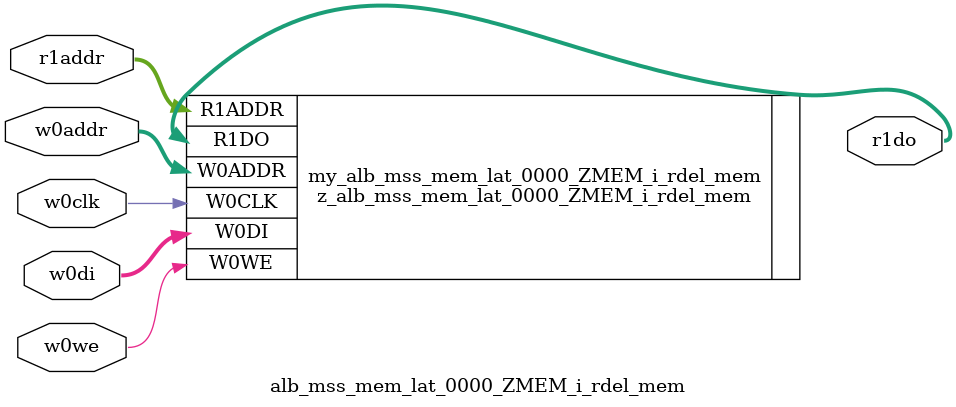
<source format=v>
/* ###--------------------------------------------------------------------### */
/*   Copyright Emulation And Verification Engineering                         */
/* ###--------------------------------------------------------------------### */
/*   Verilog memory wrapper                                                   */
/* ###--------------------------------------------------------------------### */


// 
// #-------- Basic definition of memory 'alb_mss_mem_lat_0000_ZMEM_i_rdel_mem'
// memory new                alb_mss_mem_lat_0000_ZMEM_i_rdel_mem bram
// memory depth              1024
// memory width              131
// memory set_word_length    8
// 
// memory enable_bram_dual_port_multiplexed  true
// 
// #-------- Memory advanced definition
// memory type                  sync
// memory scalarize             false
// memory set_memory_debug_mode false
// memory set_sys_freq          clk_100
// set_max_sys_freq          clk_100
// 
// 
//   #-------- Definition of port 'w0'
//   memory add_port         w0 w
//   memory set_rw_mode      w0 ReadBeforeWrite
//   memory set_port_latency w0 1
//   memory set_port_access  w0 sync
//   memory_port w0 di     w0di
//   memory_port w0 addr   w0addr
//   memory_port w0 clk    w0clk posedge
//   memory_port w0 we     w0we high
//   memory set_debug_mode w0 true
// 
//   #-------- Definition of port 'r1'
//   memory add_port         r1 r
//   memory set_rw_mode      r1 ReadBeforeWrite
//   memory set_port_latency r1 1
//   memory set_port_access  r1 async
//   memory_port r1 do     r1do
//   memory_port r1 addr   r1addr
//   memory set_debug_mode r1 true
// 
// 

module alb_mss_mem_lat_0000_ZMEM_i_rdel_mem (
   w0di
  ,w0addr
  ,w0we
  ,w0clk
  ,r1do
  ,r1addr
);

  input  [130:  0] w0di;
  input  [  9:  0] w0addr;
  input            w0we;
  input            w0clk;
  output [130:  0] r1do;
  input  [  9:  0] r1addr;



z_alb_mss_mem_lat_0000_ZMEM_i_rdel_mem my_alb_mss_mem_lat_0000_ZMEM_i_rdel_mem (
     .W0DI(w0di)
    ,.W0ADDR(w0addr)
    ,.W0WE(w0we)
    ,.W0CLK(w0clk)
    ,.R1DO(r1do)
    ,.R1ADDR(r1addr)
);


endmodule

</source>
